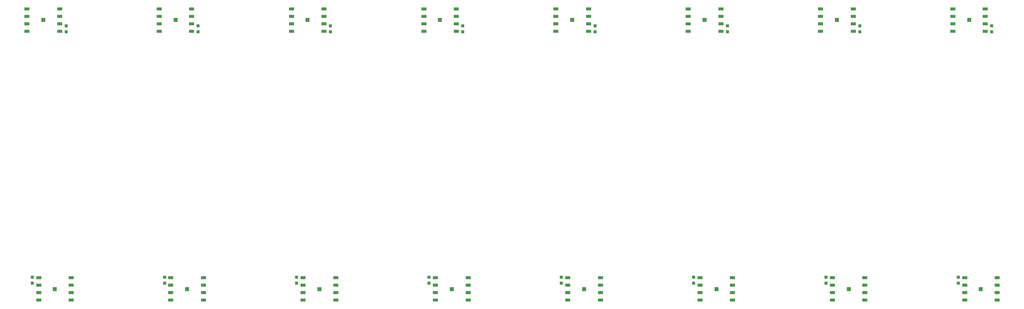
<source format=gbp>
G04 EAGLE Gerber RS-274X export*
G75*
%MOMM*%
%FSLAX34Y34*%
%LPD*%
%INSolderpaste Bottom*%
%IPPOS*%
%AMOC8*
5,1,8,0,0,1.08239X$1,22.5*%
G01*
%ADD10R,0.850000X0.500000*%
%ADD11R,0.800000X0.800000*%
%ADD12R,0.600000X0.600000*%


D10*
X147750Y139050D03*
X147750Y126350D03*
X147750Y113650D03*
X147750Y100950D03*
X92250Y113650D03*
X92250Y100950D03*
X92250Y126350D03*
X92250Y139050D03*
D11*
X120000Y120000D03*
D12*
X81250Y139930D03*
X81250Y129930D03*
D10*
X372819Y139050D03*
X372819Y126350D03*
X372819Y113650D03*
X372819Y100950D03*
X317319Y113650D03*
X317319Y100950D03*
X317319Y126350D03*
X317319Y139050D03*
D11*
X345069Y120000D03*
D12*
X306319Y139930D03*
X306319Y129930D03*
D10*
X597914Y139050D03*
X597914Y126350D03*
X597914Y113650D03*
X597914Y100950D03*
X542414Y113650D03*
X542414Y100950D03*
X542414Y126350D03*
X542414Y139050D03*
D11*
X570164Y120000D03*
D12*
X531414Y139930D03*
X531414Y129930D03*
D10*
X822984Y139050D03*
X822984Y126350D03*
X822984Y113650D03*
X822984Y100950D03*
X767484Y113650D03*
X767484Y100950D03*
X767484Y126350D03*
X767484Y139050D03*
D11*
X795234Y120000D03*
D12*
X756484Y139930D03*
X756484Y129930D03*
D10*
X1048078Y139050D03*
X1048078Y126350D03*
X1048078Y113650D03*
X1048078Y100950D03*
X992578Y113650D03*
X992578Y100950D03*
X992578Y126350D03*
X992578Y139050D03*
D11*
X1020328Y120000D03*
D12*
X981578Y139930D03*
X981578Y129930D03*
D10*
X1273148Y139050D03*
X1273148Y126350D03*
X1273148Y113650D03*
X1273148Y100950D03*
X1217648Y113650D03*
X1217648Y100950D03*
X1217648Y126350D03*
X1217648Y139050D03*
D11*
X1245398Y120000D03*
D12*
X1206648Y139930D03*
X1206648Y129930D03*
D10*
X1498243Y139050D03*
X1498243Y126350D03*
X1498243Y113650D03*
X1498243Y100950D03*
X1442743Y113650D03*
X1442743Y100950D03*
X1442743Y126350D03*
X1442743Y139050D03*
D11*
X1470493Y120000D03*
D12*
X1431743Y139930D03*
X1431743Y129930D03*
D10*
X1723312Y139050D03*
X1723312Y126350D03*
X1723312Y113650D03*
X1723312Y100950D03*
X1667812Y113650D03*
X1667812Y100950D03*
X1667812Y126350D03*
X1667812Y139050D03*
D11*
X1695562Y120000D03*
D12*
X1656812Y139930D03*
X1656812Y129930D03*
D10*
X72239Y559450D03*
X72239Y572150D03*
X72239Y584850D03*
X72239Y597550D03*
X127739Y584850D03*
X127739Y597550D03*
X127739Y572150D03*
X127739Y559450D03*
D11*
X99989Y578500D03*
D12*
X138739Y558570D03*
X138739Y568570D03*
D10*
X297334Y559450D03*
X297334Y572150D03*
X297334Y584850D03*
X297334Y597550D03*
X352834Y584850D03*
X352834Y597550D03*
X352834Y572150D03*
X352834Y559450D03*
D11*
X325084Y578500D03*
D12*
X363834Y558570D03*
X363834Y568570D03*
D10*
X522404Y559450D03*
X522404Y572150D03*
X522404Y584850D03*
X522404Y597550D03*
X577904Y584850D03*
X577904Y597550D03*
X577904Y572150D03*
X577904Y559450D03*
D11*
X550154Y578500D03*
D12*
X588904Y558570D03*
X588904Y568570D03*
D10*
X747498Y559450D03*
X747498Y572150D03*
X747498Y584850D03*
X747498Y597550D03*
X802998Y584850D03*
X802998Y597550D03*
X802998Y572150D03*
X802998Y559450D03*
D11*
X775248Y578500D03*
D12*
X813998Y558570D03*
X813998Y568570D03*
D10*
X972568Y559450D03*
X972568Y572150D03*
X972568Y584850D03*
X972568Y597550D03*
X1028068Y584850D03*
X1028068Y597550D03*
X1028068Y572150D03*
X1028068Y559450D03*
D11*
X1000318Y578500D03*
D12*
X1039068Y558570D03*
X1039068Y568570D03*
D10*
X1197663Y559450D03*
X1197663Y572150D03*
X1197663Y584850D03*
X1197663Y597550D03*
X1253163Y584850D03*
X1253163Y597550D03*
X1253163Y572150D03*
X1253163Y559450D03*
D11*
X1225413Y578500D03*
D12*
X1264163Y558570D03*
X1264163Y568570D03*
D10*
X1422732Y559450D03*
X1422732Y572150D03*
X1422732Y584850D03*
X1422732Y597550D03*
X1478232Y584850D03*
X1478232Y597550D03*
X1478232Y572150D03*
X1478232Y559450D03*
D11*
X1450482Y578500D03*
D12*
X1489232Y558570D03*
X1489232Y568570D03*
D10*
X1647801Y559450D03*
X1647801Y572150D03*
X1647801Y584850D03*
X1647801Y597550D03*
X1703301Y584850D03*
X1703301Y597550D03*
X1703301Y572150D03*
X1703301Y559450D03*
D11*
X1675551Y578500D03*
D12*
X1714301Y558570D03*
X1714301Y568570D03*
M02*

</source>
